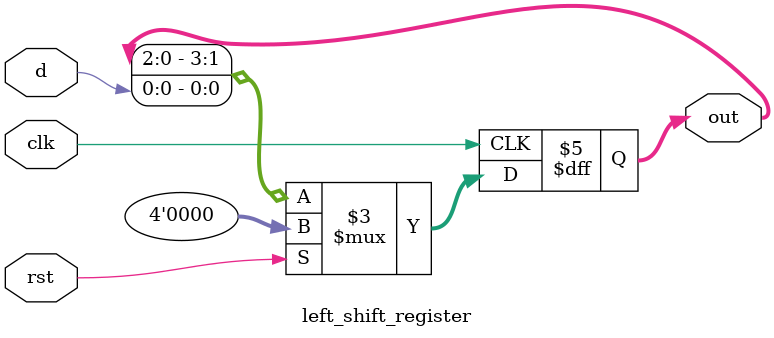
<source format=v>

module left_shift_register(
    input        clk,           // clk
    input        rst,           // Reset
    input        d,             // d
    output [3:0] out            // out
);

reg [3:0] out;

always @ (posedge clk) begin
    if (rst) begin
        out <= 4'b0000;      
    end else begin
        out <= {out[2:0], d};
    end
end

endmodule

</source>
